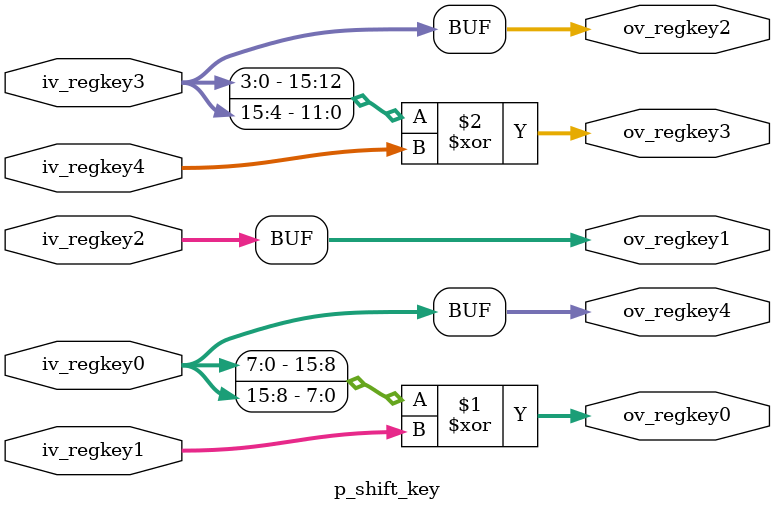
<source format=v>
module p_shift_key(
        iv_regkey0,
        iv_regkey1,
        iv_regkey2,
        iv_regkey3,
        iv_regkey4,
        ov_regkey0,
        ov_regkey1,
        ov_regkey2,
        ov_regkey3,
        ov_regkey4
        );
  input[15:0] iv_regkey0;
  input[15:0] iv_regkey1;
  input[15:0] iv_regkey2;
  input[15:0] iv_regkey3;
  input[15:0] iv_regkey4;
  output[15:0] ov_regkey0;
  output[15:0] ov_regkey1;
  output[15:0] ov_regkey2;
  output[15:0] ov_regkey3;
  output[15:0] ov_regkey4;

  assign ov_regkey0 = {iv_regkey0[7:0],iv_regkey0[15:8]} ^ iv_regkey1;
  assign ov_regkey1 = iv_regkey2;
  assign ov_regkey2 = iv_regkey3;
  assign ov_regkey3 = {iv_regkey3[3:0],iv_regkey3[15:4]} ^ iv_regkey4;
  assign ov_regkey4 = iv_regkey0;

endmodule	

</source>
